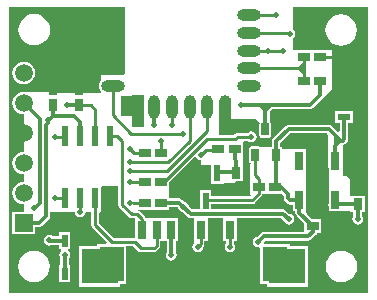
<source format=gtl>
G04*
G04 #@! TF.GenerationSoftware,Altium Limited,Altium Designer,21.7.2 (23)*
G04*
G04 Layer_Physical_Order=1*
G04 Layer_Color=255*
%FSLAX25Y25*%
%MOIN*%
G70*
G04*
G04 #@! TF.SameCoordinates,468C8543-70E2-46C5-B46D-702049A88486*
G04*
G04*
G04 #@! TF.FilePolarity,Positive*
G04*
G01*
G75*
%ADD11C,0.01000*%
%ADD15R,0.04134X0.02362*%
%ADD16R,0.03937X0.03150*%
%ADD17O,0.07874X0.03937*%
%ADD18C,0.06000*%
%ADD19R,0.02677X0.05906*%
G04:AMPARAMS|DCode=20|XSize=65.35mil|YSize=23.23mil|CornerRadius=2.9mil|HoleSize=0mil|Usage=FLASHONLY|Rotation=270.000|XOffset=0mil|YOffset=0mil|HoleType=Round|Shape=RoundedRectangle|*
%AMROUNDEDRECTD20*
21,1,0.06535,0.01742,0,0,270.0*
21,1,0.05955,0.02323,0,0,270.0*
1,1,0.00581,-0.00871,-0.02977*
1,1,0.00581,-0.00871,0.02977*
1,1,0.00581,0.00871,0.02977*
1,1,0.00581,0.00871,-0.02977*
%
%ADD20ROUNDEDRECTD20*%
%ADD21R,0.03150X0.03937*%
%ADD22O,0.03937X0.07874*%
%ADD23R,0.07874X0.03937*%
G04:AMPARAMS|DCode=24|XSize=42.91mil|YSize=24.02mil|CornerRadius=3mil|HoleSize=0mil|Usage=FLASHONLY|Rotation=90.000|XOffset=0mil|YOffset=0mil|HoleType=Round|Shape=RoundedRectangle|*
%AMROUNDEDRECTD24*
21,1,0.04291,0.01801,0,0,90.0*
21,1,0.03691,0.02402,0,0,90.0*
1,1,0.00600,0.00901,0.01846*
1,1,0.00600,0.00901,-0.01846*
1,1,0.00600,-0.00901,-0.01846*
1,1,0.00600,-0.00901,0.01846*
%
%ADD24ROUNDEDRECTD24*%
%ADD25R,0.02362X0.05709*%
%ADD26R,0.02362X0.04134*%
%ADD27R,0.12205X0.11811*%
%ADD28R,0.03150X0.06299*%
%ADD29R,0.08268X0.11811*%
%ADD32R,0.00394X0.00394*%
%ADD49C,0.01181*%
%ADD50R,0.02000X0.02850*%
%ADD51R,0.01575X0.03347*%
%ADD52R,0.03937X0.10925*%
%ADD53R,0.08858X0.22736*%
%ADD54R,0.05610X0.12492*%
%ADD55R,0.02661X0.06709*%
%ADD56R,0.04035X0.08366*%
%ADD57R,0.04921X0.05512*%
%ADD58R,0.07480X0.04331*%
%ADD59R,0.04169X0.07087*%
%ADD60R,0.07501X0.26028*%
%ADD61C,0.05906*%
%ADD62R,0.05906X0.05906*%
%ADD63C,0.01968*%
G36*
X99835Y74146D02*
X97335Y76646D01*
X99835Y79146D01*
Y74146D01*
D02*
G37*
G36*
X121026Y1846D02*
X1313D01*
Y97113D01*
X39927D01*
Y81346D01*
Y74846D01*
X31927D01*
Y72632D01*
X31541Y72130D01*
X31264Y71460D01*
X31169Y70740D01*
X31264Y70021D01*
X31541Y69350D01*
X31922Y68854D01*
X31701Y68405D01*
X14862D01*
X14370Y68898D01*
X14343Y68871D01*
X6201D01*
X5224Y68742D01*
X4315Y68365D01*
X3533Y67766D01*
X2934Y66985D01*
X2557Y66075D01*
X2428Y65098D01*
X2557Y64122D01*
X2934Y63212D01*
X3533Y62431D01*
X4315Y61831D01*
X5224Y61454D01*
X6201Y61326D01*
Y48871D01*
X5224Y48742D01*
X4315Y48365D01*
X3533Y47766D01*
X2934Y46985D01*
X2557Y46075D01*
X2428Y45098D01*
X2557Y44122D01*
X2934Y43212D01*
X3533Y42431D01*
X4315Y41831D01*
X5224Y41455D01*
X6201Y41326D01*
Y38871D01*
X5224Y38742D01*
X4315Y38365D01*
X3533Y37766D01*
X2934Y36985D01*
X2557Y36075D01*
X2428Y35098D01*
X2557Y34122D01*
X2934Y33212D01*
X3533Y32431D01*
X4315Y31831D01*
X5224Y31455D01*
X6201Y31326D01*
Y28839D01*
X2461D01*
Y21358D01*
X9941D01*
Y23694D01*
X11220D01*
X11758Y23800D01*
X12214Y24105D01*
X14520Y26411D01*
X14825Y26867D01*
X14931Y27404D01*
Y28740D01*
X23286D01*
X23386Y28234D01*
X23778Y27648D01*
X24364Y27256D01*
X25055Y27119D01*
X25746Y27256D01*
X26332Y27648D01*
X26724Y28234D01*
X26825Y28740D01*
X28743D01*
Y24311D01*
X28842Y23809D01*
X29127Y23383D01*
X33839Y18671D01*
X33648Y18209D01*
X30610D01*
Y17323D01*
X24704D01*
Y3937D01*
X38484D01*
Y4823D01*
X40453D01*
Y17396D01*
X42707D01*
X44298Y15804D01*
X44724Y15520D01*
X45227Y15420D01*
X49606D01*
X50109Y15520D01*
X50534Y15804D01*
X51420Y16690D01*
X51705Y17116D01*
X51805Y17618D01*
Y18996D01*
X52854D01*
X52854Y18996D01*
Y18996D01*
X52854D01*
X53051D01*
X53208Y18996D01*
X53208Y18996D01*
Y18996D01*
X54008D01*
Y15456D01*
X53745Y15061D01*
X53607Y14370D01*
X53745Y13679D01*
X54136Y13093D01*
X54722Y12701D01*
X55413Y12564D01*
X56105Y12701D01*
X56691Y13093D01*
X57082Y13679D01*
X57220Y14370D01*
X57082Y15061D01*
X56818Y15456D01*
Y18996D01*
X57776D01*
Y26870D01*
X53208D01*
X53208Y26870D01*
Y26870D01*
X53051Y26870D01*
X52953D01*
X52854D01*
X52698Y26870D01*
X52698Y26870D01*
Y26870D01*
X48130D01*
D01*
D01*
X48130Y26870D01*
X47933D01*
Y26870D01*
X46825D01*
X46784Y27077D01*
X46499Y27503D01*
X45023Y28979D01*
X44597Y29264D01*
X44094Y29364D01*
X44294Y29563D01*
X54811D01*
Y30520D01*
X57552D01*
X57687Y30385D01*
X57780Y29919D01*
X58171Y29333D01*
X58758Y28941D01*
X59224Y28849D01*
X60841Y27231D01*
X61297Y26926D01*
X61835Y26820D01*
X62894D01*
Y18996D01*
X62894D01*
X62895Y18996D01*
X63004Y18508D01*
X62994Y18502D01*
X62603Y17916D01*
X62465Y17224D01*
X62603Y16533D01*
X62994Y15947D01*
X63580Y15555D01*
X64272Y15418D01*
X64963Y15555D01*
X65549Y15947D01*
X65940Y16533D01*
X66066Y17162D01*
X66086Y17182D01*
X66370Y17608D01*
X66470Y18110D01*
Y18996D01*
X67618D01*
Y26820D01*
X68575D01*
X68693Y26843D01*
X72736D01*
Y18996D01*
X73786D01*
Y18445D01*
X73723Y18403D01*
X73331Y17817D01*
X73194Y17126D01*
X73331Y16435D01*
X73723Y15849D01*
X74309Y15457D01*
X75000Y15320D01*
X75691Y15457D01*
X76277Y15849D01*
X76669Y16435D01*
X76806Y17126D01*
X76669Y17817D01*
X76411Y18203D01*
Y18996D01*
X77461D01*
Y26843D01*
X92150D01*
X92794Y26200D01*
X92886Y25734D01*
X93278Y25148D01*
X93864Y24756D01*
X94555Y24619D01*
X95246Y24756D01*
X95832Y25148D01*
X96224Y25734D01*
X96362Y26425D01*
X96224Y27117D01*
X95832Y27703D01*
X95246Y28094D01*
X94780Y28187D01*
X93726Y29241D01*
X93270Y29546D01*
X92732Y29653D01*
X68791D01*
Y31463D01*
X82406D01*
X82908Y31563D01*
X83334Y31847D01*
X85483Y33997D01*
X85768Y34423D01*
X85814Y34657D01*
X92432D01*
X92886Y34203D01*
Y33369D01*
X92886Y33369D01*
X92886D01*
X92993Y32831D01*
X93298Y32376D01*
X93990Y31684D01*
X93990D01*
X93990Y31684D01*
X93990D01*
X93990Y31684D01*
Y31684D01*
X93990Y31684D01*
Y31684D01*
X94446Y31379D01*
X94983Y31272D01*
X96024D01*
Y29189D01*
X96745D01*
Y28535D01*
X96852Y27998D01*
X97156Y27542D01*
X99815Y24883D01*
Y22074D01*
X86221D01*
X85683Y21967D01*
X85227Y21663D01*
X84125Y20561D01*
X83659Y20468D01*
X83073Y20076D01*
X82682Y19490D01*
X82544Y18799D01*
X82682Y18108D01*
X83073Y17522D01*
X83659Y17130D01*
X84350Y16993D01*
X84751Y17073D01*
X85138Y16755D01*
Y4823D01*
X87207D01*
Y3937D01*
X100987D01*
Y17323D01*
X94980D01*
Y18209D01*
X86412D01*
X86388Y18237D01*
X86209Y18671D01*
X86802Y19264D01*
X101083D01*
X101620Y19371D01*
X102076Y19676D01*
X103564Y21164D01*
X103869Y21620D01*
X103895Y21752D01*
X105327D01*
Y26476D01*
X102196D01*
X100504Y28168D01*
Y28346D01*
D01*
D01*
X100504Y28346D01*
D01*
D01*
X100602Y28447D01*
D01*
X100863Y28621D01*
X101037Y28882D01*
X101098Y29189D01*
Y30748D01*
X107835D01*
Y29189D01*
X114673D01*
X115193Y28669D01*
X116150D01*
Y27511D01*
X115886Y27117D01*
X115749Y26425D01*
X115886Y25734D01*
X116278Y25148D01*
X116864Y24756D01*
X117555Y24619D01*
X118246Y24756D01*
X118832Y25148D01*
X119224Y25734D01*
X119361Y26425D01*
X119224Y27117D01*
X118960Y27511D01*
Y28669D01*
X119917D01*
Y34181D01*
X115193D01*
D01*
X115193D01*
X114980Y34394D01*
Y39894D01*
X114028Y40846D01*
X112598D01*
Y51182D01*
X112579Y51201D01*
X112579D01*
X113116Y51308D01*
X113572Y51613D01*
X113982Y52022D01*
X114286Y52478D01*
X114393Y53016D01*
Y58610D01*
X115842D01*
Y62547D01*
X110134D01*
Y58610D01*
X111583D01*
Y55636D01*
X111121Y55444D01*
X109029Y57537D01*
X108573Y57841D01*
X108035Y57948D01*
X94533D01*
X93995Y57841D01*
X93539Y57537D01*
X89408Y53406D01*
X89104Y52950D01*
X88997Y52412D01*
Y50706D01*
X88717Y50519D01*
X88639Y50403D01*
X84960D01*
X84882Y50519D01*
X84522Y50760D01*
X84097Y50844D01*
X82296D01*
X81872Y50760D01*
X81512Y50519D01*
X81272Y50160D01*
X81187Y49735D01*
Y46044D01*
X81272Y45620D01*
X81512Y45260D01*
X81872Y45020D01*
X81872Y45020D01*
X81799Y44932D01*
D01*
X81799Y44932D01*
X81799Y44932D01*
Y39382D01*
Y34657D01*
X81799Y34657D01*
X81799D01*
X81863Y34504D01*
X81585Y34088D01*
X68791D01*
Y36098D01*
X64854D01*
Y29629D01*
X62417D01*
X61210Y30836D01*
X61118Y31302D01*
X60726Y31888D01*
X60140Y32279D01*
X59674Y32372D01*
X59127Y32919D01*
X58671Y33223D01*
X58134Y33330D01*
X54811D01*
Y34287D01*
Y36563D01*
Y38766D01*
X63294Y47249D01*
X63772Y47103D01*
X63784Y47045D01*
X64175Y46459D01*
X64762Y46067D01*
X65256Y45969D01*
Y44587D01*
X68594D01*
Y44579D01*
Y38067D01*
X72531D01*
X72898Y38433D01*
X76232D01*
X76279Y38386D01*
X77063Y39169D01*
X79417D01*
Y39394D01*
Y44681D01*
X79311Y44787D01*
Y47563D01*
Y52287D01*
D01*
Y52287D01*
X79636Y52613D01*
X80831D01*
X81364Y52256D01*
X82055Y52119D01*
X82746Y52256D01*
X83332Y52648D01*
X83724Y53234D01*
X83862Y53925D01*
X83724Y54616D01*
X83332Y55203D01*
X82746Y55594D01*
X82055Y55732D01*
X81364Y55594D01*
X80831Y55238D01*
X77563D01*
X77061Y55138D01*
X76890Y55024D01*
X76635Y54853D01*
X76102Y54321D01*
X71797D01*
X71470Y54699D01*
X72047Y58661D01*
X71561Y66481D01*
X71903Y66846D01*
X75156D01*
X75295Y64228D01*
Y63102D01*
X75436Y62962D01*
Y59765D01*
X83694D01*
X84874Y58585D01*
X84790Y58160D01*
Y54470D01*
X84874Y54045D01*
X85115Y53685D01*
X85474Y53445D01*
X85899Y53361D01*
X87700D01*
X88124Y53445D01*
X88484Y53685D01*
X88724Y54045D01*
X88809Y54470D01*
Y58160D01*
X88724Y58585D01*
X88484Y58945D01*
X88204Y59131D01*
Y62195D01*
X89030Y63020D01*
X101555D01*
X102093Y63127D01*
X102549Y63432D01*
X106049Y66932D01*
X109055Y69938D01*
Y82776D01*
X102311D01*
Y82787D01*
X96799D01*
Y82776D01*
X95927D01*
Y86855D01*
X96159Y87010D01*
X96551Y87596D01*
X96688Y88287D01*
X96551Y88979D01*
X96159Y89565D01*
X95927Y89720D01*
Y97113D01*
X121026D01*
Y1846D01*
D02*
G37*
G36*
X86799Y61925D02*
X84299Y64425D01*
X89299D01*
X86799Y61925D01*
D02*
G37*
G36*
X107454Y44362D02*
X106196D01*
Y48283D01*
X106135Y48591D01*
X105961Y48851D01*
X105701Y49025D01*
X105394Y49086D01*
X102717D01*
X102409Y49025D01*
X102149Y48851D01*
X101975Y48591D01*
X101914Y48283D01*
Y44362D01*
X100295D01*
Y49642D01*
X100202Y49735D01*
X92411D01*
Y50403D01*
X92164D01*
X92086Y50519D01*
X91807Y50706D01*
Y51830D01*
X95115Y55138D01*
X107454D01*
Y44362D01*
D02*
G37*
G36*
X105394Y43559D02*
X107854D01*
Y31551D01*
X100256D01*
Y43559D01*
X102717D01*
Y48283D01*
X105394D01*
Y43559D01*
D02*
G37*
G36*
X37661Y36992D02*
X37661D01*
X37742Y36911D01*
Y31213D01*
X37842Y30710D01*
X38127Y30284D01*
X41288Y27123D01*
X41714Y26838D01*
X42217Y26739D01*
X43209D01*
Y20021D01*
X36201D01*
X31368Y24855D01*
Y28612D01*
X32025Y29269D01*
Y34646D01*
Y36992D01*
X37661D01*
D01*
D02*
G37*
%LPC*%
G36*
X9746Y94839D02*
X8382Y94659D01*
X7111Y94133D01*
X6020Y93295D01*
X5182Y92204D01*
X4656Y90933D01*
X4476Y89569D01*
X4656Y88205D01*
X5182Y86934D01*
X6020Y85843D01*
X7111Y85005D01*
X8382Y84479D01*
X9746Y84299D01*
X11110Y84479D01*
X12381Y85005D01*
X13472Y85843D01*
X14309Y86934D01*
X14836Y88205D01*
X15015Y89569D01*
X14836Y90933D01*
X14309Y92204D01*
X13472Y93295D01*
X12381Y94133D01*
X11110Y94659D01*
X9746Y94839D01*
D02*
G37*
G36*
X112055Y94695D02*
X110691Y94515D01*
X109420Y93989D01*
X108329Y93151D01*
X107492Y92060D01*
X106965Y90789D01*
X106786Y89425D01*
X106965Y88061D01*
X107492Y86791D01*
X108329Y85699D01*
X109420Y84862D01*
X110691Y84335D01*
X112055Y84156D01*
X113419Y84335D01*
X114690Y84862D01*
X115781Y85699D01*
X116619Y86791D01*
X117145Y88061D01*
X117325Y89425D01*
X117145Y90789D01*
X116619Y92060D01*
X115781Y93151D01*
X114690Y93989D01*
X113419Y94515D01*
X112055Y94695D01*
D02*
G37*
G36*
X6201Y78871D02*
X5224Y78742D01*
X4315Y78365D01*
X3533Y77766D01*
X2934Y76985D01*
X2557Y76075D01*
X2428Y75098D01*
X2557Y74122D01*
X2934Y73212D01*
X3533Y72431D01*
X4315Y71831D01*
X5224Y71455D01*
X6201Y71326D01*
X7177Y71455D01*
X8087Y71831D01*
X8868Y72431D01*
X9468Y73212D01*
X9845Y74122D01*
X9973Y75098D01*
X9845Y76075D01*
X9468Y76985D01*
X8868Y77766D01*
X8087Y78365D01*
X7177Y78742D01*
X6201Y78871D01*
D02*
G37*
G36*
X64039Y44929D02*
X62563D01*
Y43453D01*
X64039Y44929D01*
D02*
G37*
G36*
X21799Y22150D02*
X17862D01*
Y20700D01*
X15991D01*
X15455Y21059D01*
X14764Y21196D01*
X14073Y21059D01*
X13487Y20667D01*
X13095Y20081D01*
X12957Y19390D01*
X13095Y18699D01*
X13487Y18113D01*
X14073Y17721D01*
X14764Y17583D01*
X15455Y17721D01*
X15709Y17890D01*
X17862D01*
Y16441D01*
X18636D01*
X18782Y15962D01*
X18605Y15844D01*
X18213Y15258D01*
X18076Y14567D01*
X18213Y13876D01*
X18426Y13557D01*
Y11126D01*
X17862D01*
Y5417D01*
X21799D01*
Y11126D01*
X21236D01*
Y13404D01*
X21551Y13876D01*
X21688Y14567D01*
X21551Y15258D01*
X21159Y15844D01*
X20982Y15962D01*
X21127Y16441D01*
X21799D01*
Y22150D01*
D02*
G37*
G36*
X112108Y15901D02*
X110744Y15722D01*
X109473Y15195D01*
X108382Y14358D01*
X107545Y13267D01*
X107018Y11996D01*
X106839Y10632D01*
X107018Y9268D01*
X107545Y7997D01*
X108382Y6906D01*
X109473Y6069D01*
X110744Y5542D01*
X112108Y5362D01*
X113472Y5542D01*
X114743Y6069D01*
X115834Y6906D01*
X116672Y7997D01*
X117198Y9268D01*
X117378Y10632D01*
X117198Y11996D01*
X116672Y13267D01*
X115834Y14358D01*
X114743Y15195D01*
X113472Y15722D01*
X112108Y15901D01*
D02*
G37*
G36*
X9647D02*
X8284Y15722D01*
X7013Y15195D01*
X5921Y14358D01*
X5084Y13267D01*
X4558Y11996D01*
X4378Y10632D01*
X4558Y9268D01*
X5084Y7997D01*
X5921Y6906D01*
X7013Y6069D01*
X8284Y5542D01*
X9647Y5362D01*
X11011Y5542D01*
X12282Y6069D01*
X13374Y6906D01*
X14211Y7997D01*
X14737Y9268D01*
X14917Y10632D01*
X14737Y11996D01*
X14211Y13267D01*
X13374Y14358D01*
X12282Y15195D01*
X11011Y15722D01*
X9647Y15901D01*
D02*
G37*
%LPD*%
G54D11*
X49606Y16732D02*
X50492Y17618D01*
X45227Y16732D02*
X49606D01*
X50492Y17618D02*
Y22835D01*
X43250Y18709D02*
X45227Y16732D01*
X35658Y18709D02*
X43250D01*
X30055Y24311D02*
X35658Y18709D01*
X67197Y53008D02*
X76646D01*
X77563Y53925D01*
X82055D01*
X73055Y55925D02*
X73327Y56197D01*
X53114Y38925D02*
X67197Y53008D01*
X80055Y36425D02*
Y37884D01*
X67413Y55752D02*
Y63850D01*
X54086Y42425D02*
X67413Y55752D01*
X41555Y42425D02*
X54086D01*
X41630Y45350D02*
X54484D01*
X61587Y52453D01*
Y63772D01*
X52055Y38925D02*
X53114D01*
X55602Y57894D02*
Y63850D01*
X42134Y54925D02*
X59161D01*
X35917Y61142D02*
X42134Y54925D01*
X35917Y61142D02*
Y70740D01*
X41598Y49654D02*
X42827Y48425D01*
X46555D01*
X61508Y63850D02*
X61587Y63772D01*
X63807Y42028D02*
X64205Y42425D01*
X66555D01*
X117555Y38425D02*
Y43925D01*
X42055Y38925D02*
X46555D01*
X42555Y31925D02*
X46555D01*
X37220Y54260D02*
X39055Y52425D01*
X35055Y54260D02*
X37220D01*
X41555Y45425D02*
X41630Y45350D01*
X25055Y28925D02*
Y33591D01*
X24555Y69925D02*
Y74425D01*
X16055Y69925D02*
Y74425D01*
X73055Y55925D02*
Y63587D01*
X35697Y76425D02*
X35917Y76646D01*
X28055Y76425D02*
X35697D01*
X35791Y82425D02*
X35917Y82551D01*
X28055Y82425D02*
X35791D01*
X35886Y88425D02*
X35917Y88457D01*
X28055Y88425D02*
X35886D01*
X99335Y76646D02*
X99555Y76425D01*
Y80425D01*
Y72425D02*
Y76425D01*
X81193Y76646D02*
X99335D01*
X20055Y33591D02*
X20219Y33755D01*
X52055Y48425D02*
Y52425D01*
X67547Y32776D02*
X82406D01*
X84555Y34925D01*
Y37020D01*
X83197Y41284D02*
Y47890D01*
Y41284D02*
X84555Y39925D01*
Y37020D02*
Y39925D01*
X99555Y52425D02*
X104055D01*
X24555Y64425D02*
X28555D01*
X30055Y62925D01*
Y54260D02*
Y62925D01*
X16555Y53925D02*
Y54425D01*
Y53925D02*
X19721D01*
X16555Y33425D02*
X19890D01*
X77055Y36425D02*
X80055D01*
X35055Y26925D02*
Y33591D01*
X95043Y60579D02*
X95197Y60425D01*
X66956Y49425D02*
X70055D01*
X65453Y47922D02*
X66956Y49425D01*
X65453Y47736D02*
Y47922D01*
X81193Y82551D02*
X81264Y82480D01*
X94713Y88457D02*
X94882Y88287D01*
X81193Y88457D02*
X94713D01*
X81193Y94362D02*
X90158D01*
X110126Y80425D02*
X110236Y80315D01*
X105055Y80425D02*
X110126D01*
X44353Y59781D02*
X44488Y59646D01*
X44353Y59781D02*
Y63288D01*
X44094Y28051D02*
X45571Y26575D01*
Y22835D02*
Y26575D01*
X42217Y28051D02*
X44094D01*
X39055Y31213D02*
Y52425D01*
Y31213D02*
X42217Y28051D01*
X30055Y24311D02*
Y33591D01*
X64272Y17224D02*
X65158Y18110D01*
Y22736D01*
X65256Y22835D01*
X75098Y17224D02*
Y22835D01*
X75000Y17126D02*
X75098Y17224D01*
X81264Y82480D02*
X87500D01*
X92512D01*
X60138Y18012D02*
Y22638D01*
X43791Y63850D02*
X44353Y63288D01*
X70177Y18012D02*
Y22835D01*
X79724Y18110D02*
Y22539D01*
X44193Y59350D02*
X44488Y59646D01*
X44193Y57972D02*
Y59350D01*
G54D15*
X101965Y60579D02*
D03*
X112988D02*
D03*
G54D16*
X84555Y37020D02*
D03*
X90055D02*
D03*
X76555Y49925D02*
D03*
X71055D02*
D03*
X99555Y80425D02*
D03*
X105055D02*
D03*
Y72425D02*
D03*
X99555D02*
D03*
X46555Y38925D02*
D03*
X52055D02*
D03*
X46555Y31925D02*
D03*
X52055D02*
D03*
X46555Y48425D02*
D03*
X52055D02*
D03*
X102571Y24114D02*
D03*
X108071D02*
D03*
G54D17*
X81193Y70740D02*
D03*
Y76646D02*
D03*
Y82551D02*
D03*
Y88457D02*
D03*
Y94362D02*
D03*
X35917Y70740D02*
D03*
Y76646D02*
D03*
Y82551D02*
D03*
Y88457D02*
D03*
G54D18*
X104055Y38244D02*
D03*
G54D19*
X109961Y45921D02*
D03*
X104055D02*
D03*
X98150D02*
D03*
Y32929D02*
D03*
X109961D02*
D03*
G54D20*
X35055Y54260D02*
D03*
X30055D02*
D03*
X25055D02*
D03*
X20055D02*
D03*
Y33591D02*
D03*
X25055D02*
D03*
X30055D02*
D03*
X35055D02*
D03*
G54D21*
X24555Y69925D02*
D03*
Y64425D02*
D03*
X117555Y36925D02*
D03*
Y31425D02*
D03*
X16055Y69925D02*
D03*
Y64425D02*
D03*
X77055Y41925D02*
D03*
Y36425D02*
D03*
G54D22*
X73319Y63850D02*
D03*
X67413D02*
D03*
X61508D02*
D03*
X55602D02*
D03*
X49697D02*
D03*
X43791D02*
D03*
G54D23*
X35917Y94362D02*
D03*
G54D24*
X86799Y56315D02*
D03*
X90402Y47890D02*
D03*
X83197D02*
D03*
G54D25*
X66823Y32457D02*
D03*
X63083Y41709D02*
D03*
X70563D02*
D03*
G54D26*
X19831Y19295D02*
D03*
Y8272D02*
D03*
G54D27*
X94097Y10630D02*
D03*
X31594D02*
D03*
G54D28*
X55413Y22933D02*
D03*
X60335D02*
D03*
X50492D02*
D03*
X45571D02*
D03*
X65256D02*
D03*
X70177D02*
D03*
X75098D02*
D03*
X80020D02*
D03*
G54D29*
X35531Y11516D02*
D03*
X90059D02*
D03*
G54D32*
X81193Y70740D02*
D03*
Y94362D02*
D03*
Y88457D02*
D03*
Y82551D02*
D03*
Y76646D02*
D03*
X73319Y63850D02*
D03*
X67413D02*
D03*
X61508D02*
D03*
X55602D02*
D03*
X49697D02*
D03*
X43791D02*
D03*
X35917Y70740D02*
D03*
Y76646D02*
D03*
Y82551D02*
D03*
Y88457D02*
D03*
Y94362D02*
D03*
G54D49*
X102571Y22158D02*
Y24114D01*
X98150Y28535D02*
X102571Y24114D01*
X98150Y28535D02*
Y32929D01*
X58134Y31925D02*
X61835Y28224D01*
X68575D01*
X68598Y28248D02*
X92732D01*
X68575Y28224D02*
X68598Y28248D01*
X92732D02*
X94555Y26425D01*
X111655Y52606D02*
X111972D01*
X25055Y54260D02*
Y58913D01*
X23043Y60925D02*
X25055Y58913D01*
X16055Y60925D02*
X23043D01*
X94533Y56543D02*
X108035D01*
X90402Y52412D02*
X94533Y56543D01*
X90402Y47890D02*
Y52412D01*
X49669Y57823D02*
Y63823D01*
X49697Y63850D01*
X105055Y67925D02*
Y72425D01*
X90402Y37366D02*
Y47890D01*
X90055Y37020D02*
X90402Y37366D01*
X117555Y26425D02*
Y30445D01*
X109965Y31425D02*
X117555D01*
X109961Y31429D02*
X109965Y31425D01*
X76555Y46425D02*
Y49925D01*
Y46425D02*
X77055Y45925D01*
Y42913D02*
Y45925D01*
X101555Y64425D02*
X105055Y67925D01*
X71287Y42028D02*
X76953D01*
X20555Y64425D02*
X24555D01*
X78555D02*
X86799D01*
X101555D01*
X86799Y56315D02*
Y64425D01*
X16055Y60925D02*
Y64425D01*
X92057Y37020D02*
X94291Y34785D01*
Y33369D02*
X94983Y32677D01*
X97898D01*
X94291Y33369D02*
Y34785D01*
X97898Y32677D02*
X98150Y32929D01*
X90055Y37020D02*
X92057D01*
X108760Y25984D02*
X108858Y26083D01*
X107425Y28598D02*
X108166D01*
X108858Y27907D01*
Y26083D02*
Y27907D01*
X104055Y31969D02*
X107425Y28598D01*
X104055Y31969D02*
Y38244D01*
X14278Y59149D02*
X16055Y60925D01*
X108035Y56543D02*
X111972Y52606D01*
X109961Y50911D02*
X111655Y52606D01*
X111972D02*
X112579D01*
X112988Y53016D01*
Y60579D01*
X52055Y31925D02*
X58134D01*
X55413Y14370D02*
Y22835D01*
X109961Y44421D02*
Y45921D01*
Y50911D01*
X104055Y38244D02*
Y39425D01*
X19831Y8272D02*
Y14516D01*
X14858Y19295D02*
X19831D01*
X9744Y30020D02*
X9882D01*
X13526Y27404D02*
Y57840D01*
X14193Y58506D01*
X6201Y65098D02*
X11558Y59741D01*
X6201Y25098D02*
X11220D01*
X9882Y30020D02*
X11558Y31696D01*
Y59741D01*
X11220Y25098D02*
X13526Y27404D01*
X86221Y20669D02*
X101083D01*
X102571Y22158D01*
X84350Y18799D02*
X86221Y20669D01*
G54D50*
X63205Y43850D02*
D03*
G54D51*
X110201Y52803D02*
D03*
G54D52*
X44157Y62301D02*
D03*
G54D53*
X35398Y85726D02*
D03*
G54D54*
X34856Y31400D02*
D03*
G54D55*
X104047Y50138D02*
D03*
G54D56*
X73340Y58856D02*
D03*
G54D57*
X117484Y44240D02*
D03*
G54D58*
X77524Y36268D02*
D03*
G54D59*
X40534Y64220D02*
D03*
G54D60*
X104045Y41612D02*
D03*
G54D61*
X6201Y75098D02*
D03*
Y65098D02*
D03*
Y55098D02*
D03*
Y45098D02*
D03*
Y35098D02*
D03*
G54D62*
Y25098D02*
D03*
G54D63*
X49669Y57823D02*
D03*
X55673D02*
D03*
X41555Y49654D02*
D03*
X14429Y59299D02*
D03*
X59315Y54772D02*
D03*
X94555Y26425D02*
D03*
X117555Y43925D02*
D03*
X41555Y38925D02*
D03*
Y31925D02*
D03*
Y45425D02*
D03*
Y42425D02*
D03*
X25055Y28925D02*
D03*
X20555Y64425D02*
D03*
X24555Y74425D02*
D03*
X28055Y76425D02*
D03*
Y82425D02*
D03*
Y88425D02*
D03*
X16055Y74425D02*
D03*
X52055Y52425D02*
D03*
X73055Y55925D02*
D03*
X66555Y42425D02*
D03*
X82055Y53925D02*
D03*
X117555Y26425D02*
D03*
X99555Y52425D02*
D03*
X80055Y36425D02*
D03*
X78555Y64425D02*
D03*
X16555Y33425D02*
D03*
Y53925D02*
D03*
X35055Y26925D02*
D03*
X95043Y60579D02*
D03*
X65453Y47736D02*
D03*
X92512Y82480D02*
D03*
X94882Y88287D02*
D03*
X87500Y82480D02*
D03*
X84350Y18799D02*
D03*
X110236Y80315D02*
D03*
X104035Y39370D02*
D03*
X59449Y30610D02*
D03*
X64272Y17224D02*
D03*
X75000Y17126D02*
D03*
X55413Y14370D02*
D03*
X60138Y18012D02*
D03*
X70177D02*
D03*
X79724Y18110D02*
D03*
X19882Y14567D02*
D03*
X14764Y19390D02*
D03*
X9744Y30020D02*
D03*
X44193Y57972D02*
D03*
X90158Y94488D02*
D03*
M02*

</source>
